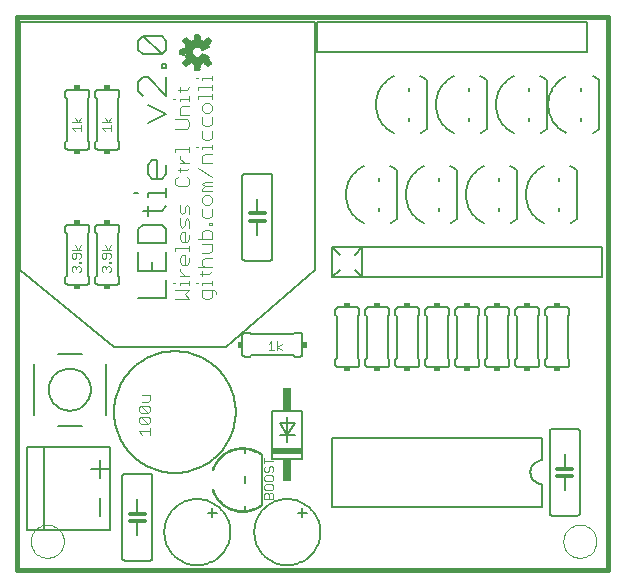
<source format=gto>
G75*
G70*
%OFA0B0*%
%FSLAX24Y24*%
%IPPOS*%
%LPD*%
%AMOC8*
5,1,8,0,0,1.08239X$1,22.5*
%
%ADD10C,0.0160*%
%ADD11C,0.0030*%
%ADD12C,0.0000*%
%ADD13C,0.0080*%
%ADD14C,0.0040*%
%ADD15C,0.0060*%
%ADD16C,0.0120*%
%ADD17C,0.0010*%
%ADD18R,0.1000X0.0200*%
%ADD19R,0.0300X0.0750*%
%ADD20C,0.0050*%
%ADD21R,0.0200X0.0150*%
%ADD22C,0.0059*%
%ADD23R,0.0150X0.0200*%
D10*
X000650Y000650D02*
X020335Y000650D01*
X020335Y019085D01*
X000650Y019085D01*
X000650Y000650D01*
D11*
X004819Y005135D02*
X004696Y005259D01*
X005066Y005259D01*
X005066Y005382D02*
X005066Y005135D01*
X005004Y005504D02*
X004758Y005504D01*
X004696Y005566D01*
X004696Y005689D01*
X004758Y005751D01*
X005004Y005504D01*
X005066Y005566D01*
X005066Y005689D01*
X005004Y005751D01*
X004758Y005751D01*
X004758Y005872D02*
X004696Y005934D01*
X004696Y006057D01*
X004758Y006119D01*
X005004Y005872D01*
X005066Y005934D01*
X005066Y006057D01*
X005004Y006119D01*
X004758Y006119D01*
X004819Y006240D02*
X005004Y006240D01*
X005066Y006302D01*
X005066Y006487D01*
X004819Y006487D01*
X004758Y005872D02*
X005004Y005872D01*
X008888Y004384D02*
X008888Y004190D01*
X008888Y004287D02*
X009178Y004287D01*
X009130Y004089D02*
X009178Y004041D01*
X009178Y003944D01*
X009130Y003895D01*
X009130Y003794D02*
X008936Y003794D01*
X008888Y003746D01*
X008888Y003649D01*
X008936Y003601D01*
X009130Y003601D01*
X009178Y003649D01*
X009178Y003746D01*
X009130Y003794D01*
X008985Y003895D02*
X009033Y003944D01*
X009033Y004041D01*
X009082Y004089D01*
X009130Y004089D01*
X008936Y004089D02*
X008888Y004041D01*
X008888Y003944D01*
X008936Y003895D01*
X008985Y003895D01*
X008936Y003500D02*
X008888Y003451D01*
X008888Y003354D01*
X008936Y003306D01*
X009130Y003306D01*
X009178Y003354D01*
X009178Y003451D01*
X009130Y003500D01*
X008936Y003500D01*
X008936Y003205D02*
X008985Y003205D01*
X009033Y003157D01*
X009033Y003011D01*
X008888Y003011D02*
X008888Y003157D01*
X008936Y003205D01*
X009033Y003157D02*
X009082Y003205D01*
X009130Y003205D01*
X009178Y003157D01*
X009178Y003011D01*
X008888Y003011D01*
X009025Y007975D02*
X009218Y007975D01*
X009122Y007975D02*
X009122Y008265D01*
X009025Y008168D01*
X009320Y008072D02*
X009465Y008168D01*
X009320Y008072D02*
X009465Y007975D01*
X009320Y007975D02*
X009320Y008265D01*
X003765Y010621D02*
X003717Y010573D01*
X003765Y010621D02*
X003765Y010718D01*
X003717Y010766D01*
X003668Y010766D01*
X003620Y010718D01*
X003620Y010670D01*
X003620Y010718D02*
X003572Y010766D01*
X003523Y010766D01*
X003475Y010718D01*
X003475Y010621D01*
X003523Y010573D01*
X003717Y010867D02*
X003717Y010916D01*
X003765Y010916D01*
X003765Y010867D01*
X003717Y010867D01*
X003717Y011015D02*
X003765Y011063D01*
X003765Y011160D01*
X003717Y011208D01*
X003523Y011208D01*
X003475Y011160D01*
X003475Y011063D01*
X003523Y011015D01*
X003572Y011015D01*
X003620Y011063D01*
X003620Y011208D01*
X003668Y011309D02*
X003572Y011455D01*
X003668Y011309D02*
X003765Y011455D01*
X003765Y011309D02*
X003475Y011309D01*
X002765Y011309D02*
X002475Y011309D01*
X002523Y011208D02*
X002475Y011160D01*
X002475Y011063D01*
X002523Y011015D01*
X002572Y011015D01*
X002620Y011063D01*
X002620Y011208D01*
X002717Y011208D02*
X002523Y011208D01*
X002668Y011309D02*
X002572Y011455D01*
X002668Y011309D02*
X002765Y011455D01*
X002717Y011208D02*
X002765Y011160D01*
X002765Y011063D01*
X002717Y011015D01*
X002717Y010916D02*
X002765Y010916D01*
X002765Y010867D01*
X002717Y010867D01*
X002717Y010916D01*
X002717Y010766D02*
X002668Y010766D01*
X002620Y010718D01*
X002620Y010670D01*
X002620Y010718D02*
X002572Y010766D01*
X002523Y010766D01*
X002475Y010718D01*
X002475Y010621D01*
X002523Y010573D01*
X002717Y010573D02*
X002765Y010621D01*
X002765Y010718D01*
X002717Y010766D01*
X002765Y015265D02*
X002765Y015458D01*
X002765Y015362D02*
X002475Y015362D01*
X002572Y015265D01*
X002668Y015559D02*
X002572Y015705D01*
X002668Y015559D02*
X002765Y015705D01*
X002765Y015559D02*
X002475Y015559D01*
X003475Y015559D02*
X003765Y015559D01*
X003668Y015559D02*
X003572Y015705D01*
X003668Y015559D02*
X003765Y015705D01*
X003765Y015458D02*
X003765Y015265D01*
X003765Y015362D02*
X003475Y015362D01*
X003572Y015265D01*
D12*
X001099Y001595D02*
X001101Y001642D01*
X001107Y001688D01*
X001117Y001734D01*
X001130Y001779D01*
X001148Y001822D01*
X001169Y001864D01*
X001193Y001904D01*
X001221Y001941D01*
X001252Y001976D01*
X001286Y002009D01*
X001322Y002038D01*
X001361Y002064D01*
X001402Y002087D01*
X001445Y002106D01*
X001489Y002122D01*
X001534Y002134D01*
X001580Y002142D01*
X001627Y002146D01*
X001673Y002146D01*
X001720Y002142D01*
X001766Y002134D01*
X001811Y002122D01*
X001855Y002106D01*
X001898Y002087D01*
X001939Y002064D01*
X001978Y002038D01*
X002014Y002009D01*
X002048Y001976D01*
X002079Y001941D01*
X002107Y001904D01*
X002131Y001864D01*
X002152Y001822D01*
X002170Y001779D01*
X002183Y001734D01*
X002193Y001688D01*
X002199Y001642D01*
X002201Y001595D01*
X002199Y001548D01*
X002193Y001502D01*
X002183Y001456D01*
X002170Y001411D01*
X002152Y001368D01*
X002131Y001326D01*
X002107Y001286D01*
X002079Y001249D01*
X002048Y001214D01*
X002014Y001181D01*
X001978Y001152D01*
X001939Y001126D01*
X001898Y001103D01*
X001855Y001084D01*
X001811Y001068D01*
X001766Y001056D01*
X001720Y001048D01*
X001673Y001044D01*
X001627Y001044D01*
X001580Y001048D01*
X001534Y001056D01*
X001489Y001068D01*
X001445Y001084D01*
X001402Y001103D01*
X001361Y001126D01*
X001322Y001152D01*
X001286Y001181D01*
X001252Y001214D01*
X001221Y001249D01*
X001193Y001286D01*
X001169Y001326D01*
X001148Y001368D01*
X001130Y001411D01*
X001117Y001456D01*
X001107Y001502D01*
X001101Y001548D01*
X001099Y001595D01*
X018849Y001595D02*
X018851Y001642D01*
X018857Y001688D01*
X018867Y001734D01*
X018880Y001779D01*
X018898Y001822D01*
X018919Y001864D01*
X018943Y001904D01*
X018971Y001941D01*
X019002Y001976D01*
X019036Y002009D01*
X019072Y002038D01*
X019111Y002064D01*
X019152Y002087D01*
X019195Y002106D01*
X019239Y002122D01*
X019284Y002134D01*
X019330Y002142D01*
X019377Y002146D01*
X019423Y002146D01*
X019470Y002142D01*
X019516Y002134D01*
X019561Y002122D01*
X019605Y002106D01*
X019648Y002087D01*
X019689Y002064D01*
X019728Y002038D01*
X019764Y002009D01*
X019798Y001976D01*
X019829Y001941D01*
X019857Y001904D01*
X019881Y001864D01*
X019902Y001822D01*
X019920Y001779D01*
X019933Y001734D01*
X019943Y001688D01*
X019949Y001642D01*
X019951Y001595D01*
X019949Y001548D01*
X019943Y001502D01*
X019933Y001456D01*
X019920Y001411D01*
X019902Y001368D01*
X019881Y001326D01*
X019857Y001286D01*
X019829Y001249D01*
X019798Y001214D01*
X019764Y001181D01*
X019728Y001152D01*
X019689Y001126D01*
X019648Y001103D01*
X019605Y001084D01*
X019561Y001068D01*
X019516Y001056D01*
X019470Y001048D01*
X019423Y001044D01*
X019377Y001044D01*
X019330Y001048D01*
X019284Y001056D01*
X019239Y001068D01*
X019195Y001084D01*
X019152Y001103D01*
X019111Y001126D01*
X019072Y001152D01*
X019036Y001181D01*
X019002Y001214D01*
X018971Y001249D01*
X018943Y001286D01*
X018919Y001326D01*
X018898Y001368D01*
X018880Y001411D01*
X018867Y001456D01*
X018857Y001502D01*
X018851Y001548D01*
X018849Y001595D01*
D13*
X003872Y005900D02*
X003874Y006000D01*
X003882Y006099D01*
X003894Y006198D01*
X003911Y006296D01*
X003933Y006393D01*
X003959Y006489D01*
X003991Y006583D01*
X004026Y006676D01*
X004067Y006767D01*
X004111Y006856D01*
X004161Y006943D01*
X004214Y007027D01*
X004271Y007108D01*
X004332Y007187D01*
X004397Y007262D01*
X004466Y007334D01*
X004538Y007403D01*
X004613Y007468D01*
X004692Y007529D01*
X004773Y007586D01*
X004857Y007639D01*
X004944Y007689D01*
X005033Y007733D01*
X005124Y007774D01*
X005217Y007809D01*
X005311Y007841D01*
X005407Y007867D01*
X005504Y007889D01*
X005602Y007906D01*
X005701Y007918D01*
X005800Y007926D01*
X005900Y007928D01*
X006000Y007926D01*
X006099Y007918D01*
X006198Y007906D01*
X006296Y007889D01*
X006393Y007867D01*
X006489Y007841D01*
X006583Y007809D01*
X006676Y007774D01*
X006767Y007733D01*
X006856Y007689D01*
X006943Y007639D01*
X007027Y007586D01*
X007108Y007529D01*
X007187Y007468D01*
X007262Y007403D01*
X007334Y007334D01*
X007403Y007262D01*
X007468Y007187D01*
X007529Y007108D01*
X007586Y007027D01*
X007639Y006943D01*
X007689Y006856D01*
X007733Y006767D01*
X007774Y006676D01*
X007809Y006583D01*
X007841Y006489D01*
X007867Y006393D01*
X007889Y006296D01*
X007906Y006198D01*
X007918Y006099D01*
X007926Y006000D01*
X007928Y005900D01*
X007926Y005800D01*
X007918Y005701D01*
X007906Y005602D01*
X007889Y005504D01*
X007867Y005407D01*
X007841Y005311D01*
X007809Y005217D01*
X007774Y005124D01*
X007733Y005033D01*
X007689Y004944D01*
X007639Y004857D01*
X007586Y004773D01*
X007529Y004692D01*
X007468Y004613D01*
X007403Y004538D01*
X007334Y004466D01*
X007262Y004397D01*
X007187Y004332D01*
X007108Y004271D01*
X007027Y004214D01*
X006943Y004161D01*
X006856Y004111D01*
X006767Y004067D01*
X006676Y004026D01*
X006583Y003991D01*
X006489Y003959D01*
X006393Y003933D01*
X006296Y003911D01*
X006198Y003894D01*
X006099Y003882D01*
X006000Y003874D01*
X005900Y003872D01*
X005800Y003874D01*
X005701Y003882D01*
X005602Y003894D01*
X005504Y003911D01*
X005407Y003933D01*
X005311Y003959D01*
X005217Y003991D01*
X005124Y004026D01*
X005033Y004067D01*
X004944Y004111D01*
X004857Y004161D01*
X004773Y004214D01*
X004692Y004271D01*
X004613Y004332D01*
X004538Y004397D01*
X004466Y004466D01*
X004397Y004538D01*
X004332Y004613D01*
X004271Y004692D01*
X004214Y004773D01*
X004161Y004857D01*
X004111Y004944D01*
X004067Y005033D01*
X004026Y005124D01*
X003991Y005217D01*
X003959Y005311D01*
X003933Y005407D01*
X003911Y005504D01*
X003894Y005602D01*
X003882Y005701D01*
X003874Y005800D01*
X003872Y005900D01*
X003600Y005800D02*
X003600Y007500D01*
X002800Y007850D02*
X002007Y007850D01*
X001200Y007500D02*
X001200Y005800D01*
X001995Y005450D02*
X002800Y005450D01*
X001700Y006650D02*
X001702Y006702D01*
X001708Y006754D01*
X001718Y006806D01*
X001731Y006856D01*
X001748Y006906D01*
X001769Y006954D01*
X001794Y007000D01*
X001822Y007044D01*
X001853Y007086D01*
X001887Y007126D01*
X001924Y007163D01*
X001964Y007197D01*
X002006Y007228D01*
X002050Y007256D01*
X002096Y007281D01*
X002144Y007302D01*
X002194Y007319D01*
X002244Y007332D01*
X002296Y007342D01*
X002348Y007348D01*
X002400Y007350D01*
X002452Y007348D01*
X002504Y007342D01*
X002556Y007332D01*
X002606Y007319D01*
X002656Y007302D01*
X002704Y007281D01*
X002750Y007256D01*
X002794Y007228D01*
X002836Y007197D01*
X002876Y007163D01*
X002913Y007126D01*
X002947Y007086D01*
X002978Y007044D01*
X003006Y007000D01*
X003031Y006954D01*
X003052Y006906D01*
X003069Y006856D01*
X003082Y006806D01*
X003092Y006754D01*
X003098Y006702D01*
X003100Y006650D01*
X003098Y006598D01*
X003092Y006546D01*
X003082Y006494D01*
X003069Y006444D01*
X003052Y006394D01*
X003031Y006346D01*
X003006Y006300D01*
X002978Y006256D01*
X002947Y006214D01*
X002913Y006174D01*
X002876Y006137D01*
X002836Y006103D01*
X002794Y006072D01*
X002750Y006044D01*
X002704Y006019D01*
X002656Y005998D01*
X002606Y005981D01*
X002556Y005968D01*
X002504Y005958D01*
X002452Y005952D01*
X002400Y005950D01*
X002348Y005952D01*
X002296Y005958D01*
X002244Y005968D01*
X002194Y005981D01*
X002144Y005998D01*
X002096Y006019D01*
X002050Y006044D01*
X002006Y006072D01*
X001964Y006103D01*
X001924Y006137D01*
X001887Y006174D01*
X001853Y006214D01*
X001822Y006256D01*
X001794Y006300D01*
X001769Y006346D01*
X001748Y006394D01*
X001731Y006444D01*
X001718Y006494D01*
X001708Y006546D01*
X001702Y006598D01*
X001700Y006650D01*
X003400Y004304D02*
X003400Y003690D01*
X003093Y003997D02*
X003707Y003997D01*
X003400Y003054D02*
X003400Y002440D01*
X004689Y009690D02*
X005610Y009690D01*
X005610Y010304D01*
X005610Y010611D02*
X005610Y011225D01*
X005610Y011532D02*
X005610Y011992D01*
X005457Y012145D01*
X004843Y012145D01*
X004689Y011992D01*
X004689Y011532D01*
X005610Y011532D01*
X005150Y010918D02*
X005150Y010611D01*
X005610Y010611D02*
X004689Y010611D01*
X004689Y011225D01*
X004996Y012452D02*
X004996Y012759D01*
X004843Y012606D02*
X005457Y012606D01*
X005610Y012759D01*
X005610Y013066D02*
X005610Y013373D01*
X005610Y013220D02*
X004996Y013220D01*
X004996Y013066D01*
X004689Y013220D02*
X004536Y013220D01*
X004996Y013834D02*
X004996Y014140D01*
X005150Y014294D01*
X005303Y014294D01*
X005303Y013680D01*
X005150Y013680D02*
X004996Y013834D01*
X005150Y013680D02*
X005457Y013680D01*
X005610Y013834D01*
X005610Y014140D01*
X004996Y015522D02*
X005610Y015829D01*
X004996Y016136D01*
X004843Y016442D02*
X004689Y016596D01*
X004689Y016903D01*
X004843Y017056D01*
X004996Y017056D01*
X005610Y016442D01*
X005610Y017056D01*
X005610Y017363D02*
X005610Y017517D01*
X005457Y017517D01*
X005457Y017363D01*
X005610Y017363D01*
X005457Y017824D02*
X004843Y017824D01*
X004689Y017977D01*
X004689Y018284D01*
X004843Y018437D01*
X005457Y017824D01*
X005610Y017977D01*
X005610Y018284D01*
X005457Y018437D01*
X004843Y018437D01*
D14*
X006593Y017036D02*
X006670Y017036D01*
X006823Y017036D02*
X007130Y017036D01*
X007130Y016960D02*
X007130Y017113D01*
X007130Y016806D02*
X007130Y016653D01*
X007130Y016729D02*
X006670Y016729D01*
X006670Y016653D01*
X006823Y016960D02*
X006823Y017036D01*
X006380Y016729D02*
X006303Y016653D01*
X005996Y016653D01*
X006073Y016576D02*
X006073Y016729D01*
X006073Y016346D02*
X006380Y016346D01*
X006380Y016422D02*
X006380Y016269D01*
X006380Y016115D02*
X006150Y016115D01*
X006073Y016039D01*
X006073Y015809D01*
X006380Y015809D01*
X006303Y015655D02*
X005920Y015655D01*
X005920Y015348D02*
X006303Y015348D01*
X006380Y015425D01*
X006380Y015578D01*
X006303Y015655D01*
X006823Y015732D02*
X006823Y015502D01*
X006900Y015425D01*
X007053Y015425D01*
X007130Y015502D01*
X007130Y015732D01*
X007053Y015885D02*
X007130Y015962D01*
X007130Y016115D01*
X007053Y016192D01*
X006900Y016192D01*
X006823Y016115D01*
X006823Y015962D01*
X006900Y015885D01*
X007053Y015885D01*
X007130Y016346D02*
X007130Y016499D01*
X007130Y016422D02*
X006670Y016422D01*
X006670Y016346D01*
X006073Y016346D02*
X006073Y016269D01*
X005920Y016346D02*
X005843Y016346D01*
X006823Y015271D02*
X006823Y015041D01*
X006900Y014965D01*
X007053Y014965D01*
X007130Y015041D01*
X007130Y015271D01*
X007130Y014811D02*
X007130Y014658D01*
X007130Y014734D02*
X006823Y014734D01*
X006823Y014658D01*
X006670Y014734D02*
X006593Y014734D01*
X006380Y014734D02*
X006380Y014581D01*
X006380Y014658D02*
X005920Y014658D01*
X005920Y014581D01*
X006073Y014427D02*
X006073Y014351D01*
X006227Y014197D01*
X006380Y014197D02*
X006073Y014197D01*
X006073Y014044D02*
X006073Y013890D01*
X005996Y013967D02*
X006303Y013967D01*
X006380Y014044D01*
X006303Y013737D02*
X006380Y013660D01*
X006380Y013507D01*
X006303Y013430D01*
X005996Y013430D01*
X005920Y013507D01*
X005920Y013660D01*
X005996Y013737D01*
X006670Y014044D02*
X007130Y013737D01*
X007130Y013583D02*
X006900Y013583D01*
X006823Y013507D01*
X006900Y013430D01*
X007130Y013430D01*
X007130Y013276D02*
X006823Y013276D01*
X006823Y013353D01*
X006900Y013430D01*
X006900Y013123D02*
X006823Y013046D01*
X006823Y012893D01*
X006900Y012816D01*
X007053Y012816D01*
X007130Y012893D01*
X007130Y013046D01*
X007053Y013123D01*
X006900Y013123D01*
X006823Y012663D02*
X006823Y012432D01*
X006900Y012356D01*
X007053Y012356D01*
X007130Y012432D01*
X007130Y012663D01*
X007130Y012202D02*
X007053Y012202D01*
X007053Y012125D01*
X007130Y012125D01*
X007130Y012202D01*
X007053Y011972D02*
X006900Y011972D01*
X006823Y011895D01*
X006823Y011665D01*
X006670Y011665D02*
X007130Y011665D01*
X007130Y011895D01*
X007053Y011972D01*
X007130Y011512D02*
X006823Y011512D01*
X007130Y011512D02*
X007130Y011281D01*
X007053Y011205D01*
X006823Y011205D01*
X006900Y011051D02*
X006823Y010974D01*
X006823Y010821D01*
X006900Y010744D01*
X006823Y010591D02*
X006823Y010437D01*
X006746Y010514D02*
X007053Y010514D01*
X007130Y010591D01*
X007130Y010744D02*
X006670Y010744D01*
X006900Y011051D02*
X007130Y011051D01*
X006380Y011051D02*
X006380Y010898D01*
X006303Y010821D01*
X006150Y010821D01*
X006073Y010898D01*
X006073Y011051D01*
X006150Y011128D01*
X006227Y011128D01*
X006227Y010821D01*
X006073Y010668D02*
X006073Y010591D01*
X006227Y010437D01*
X006380Y010437D02*
X006073Y010437D01*
X006073Y010207D02*
X006380Y010207D01*
X006380Y010130D02*
X006380Y010284D01*
X006593Y010207D02*
X006670Y010207D01*
X006823Y010207D02*
X007130Y010207D01*
X007130Y010130D02*
X007130Y010284D01*
X007130Y009977D02*
X007130Y009747D01*
X007053Y009670D01*
X006900Y009670D01*
X006823Y009747D01*
X006823Y009977D01*
X007207Y009977D01*
X007283Y009900D01*
X007283Y009823D01*
X006823Y010130D02*
X006823Y010207D01*
X006380Y009977D02*
X005920Y009977D01*
X006073Y010130D02*
X006073Y010207D01*
X005920Y010207D02*
X005843Y010207D01*
X006227Y009823D02*
X006380Y009977D01*
X006227Y009823D02*
X006380Y009670D01*
X005920Y009670D01*
X005920Y011281D02*
X005920Y011358D01*
X006380Y011358D01*
X006380Y011281D02*
X006380Y011435D01*
X006303Y011588D02*
X006150Y011588D01*
X006073Y011665D01*
X006073Y011818D01*
X006150Y011895D01*
X006227Y011895D01*
X006227Y011588D01*
X006303Y011588D02*
X006380Y011665D01*
X006380Y011818D01*
X006380Y012049D02*
X006380Y012279D01*
X006303Y012356D01*
X006227Y012279D01*
X006227Y012125D01*
X006150Y012049D01*
X006073Y012125D01*
X006073Y012356D01*
X006150Y012509D02*
X006073Y012586D01*
X006073Y012816D01*
X006227Y012739D02*
X006227Y012586D01*
X006150Y012509D01*
X006380Y012509D02*
X006380Y012739D01*
X006303Y012816D01*
X006227Y012739D01*
X006823Y014197D02*
X006823Y014427D01*
X006900Y014504D01*
X007130Y014504D01*
X007130Y014197D02*
X006823Y014197D01*
D15*
X008150Y013750D02*
X008150Y011050D01*
X008152Y011033D01*
X008156Y011016D01*
X008163Y011000D01*
X008173Y010986D01*
X008186Y010973D01*
X008200Y010963D01*
X008216Y010956D01*
X008233Y010952D01*
X008250Y010950D01*
X009050Y010950D01*
X009067Y010952D01*
X009084Y010956D01*
X009100Y010963D01*
X009114Y010973D01*
X009127Y010986D01*
X009137Y011000D01*
X009144Y011016D01*
X009148Y011033D01*
X009150Y011050D01*
X009150Y013750D01*
X009148Y013767D01*
X009144Y013784D01*
X009137Y013800D01*
X009127Y013814D01*
X009114Y013827D01*
X009100Y013837D01*
X009084Y013844D01*
X009067Y013848D01*
X009050Y013850D01*
X008250Y013850D01*
X008233Y013848D01*
X008216Y013844D01*
X008200Y013837D01*
X008186Y013827D01*
X008173Y013814D01*
X008163Y013800D01*
X008156Y013784D01*
X008152Y013767D01*
X008150Y013750D01*
X008650Y013000D02*
X008650Y012530D01*
X008650Y012280D02*
X008650Y011800D01*
X011150Y011400D02*
X011150Y010400D01*
X012150Y010400D01*
X020150Y010400D01*
X020150Y011400D01*
X012150Y011400D01*
X011150Y011400D01*
X011400Y011150D01*
X011400Y010650D02*
X011150Y010400D01*
X011900Y010650D02*
X012150Y010400D01*
X012150Y011400D01*
X011900Y011150D01*
X011950Y009400D02*
X011350Y009400D01*
X011333Y009398D01*
X011316Y009394D01*
X011300Y009387D01*
X011286Y009377D01*
X011273Y009364D01*
X011263Y009350D01*
X011256Y009334D01*
X011252Y009317D01*
X011250Y009300D01*
X011250Y009150D01*
X011300Y009100D01*
X011300Y007700D01*
X011250Y007650D01*
X011250Y007500D01*
X011252Y007483D01*
X011256Y007466D01*
X011263Y007450D01*
X011273Y007436D01*
X011286Y007423D01*
X011300Y007413D01*
X011316Y007406D01*
X011333Y007402D01*
X011350Y007400D01*
X011950Y007400D01*
X011967Y007402D01*
X011984Y007406D01*
X012000Y007413D01*
X012014Y007423D01*
X012027Y007436D01*
X012037Y007450D01*
X012044Y007466D01*
X012048Y007483D01*
X012050Y007500D01*
X012050Y007650D01*
X012000Y007700D01*
X012000Y009100D01*
X012050Y009150D01*
X012050Y009300D01*
X012048Y009317D01*
X012044Y009334D01*
X012037Y009350D01*
X012027Y009364D01*
X012014Y009377D01*
X012000Y009387D01*
X011984Y009394D01*
X011967Y009398D01*
X011950Y009400D01*
X012250Y009300D02*
X012250Y009150D01*
X012300Y009100D01*
X012300Y007700D01*
X012250Y007650D01*
X012250Y007500D01*
X012252Y007483D01*
X012256Y007466D01*
X012263Y007450D01*
X012273Y007436D01*
X012286Y007423D01*
X012300Y007413D01*
X012316Y007406D01*
X012333Y007402D01*
X012350Y007400D01*
X012950Y007400D01*
X012967Y007402D01*
X012984Y007406D01*
X013000Y007413D01*
X013014Y007423D01*
X013027Y007436D01*
X013037Y007450D01*
X013044Y007466D01*
X013048Y007483D01*
X013050Y007500D01*
X013050Y007650D01*
X013000Y007700D01*
X013000Y009100D01*
X013050Y009150D01*
X013050Y009300D01*
X013048Y009317D01*
X013044Y009334D01*
X013037Y009350D01*
X013027Y009364D01*
X013014Y009377D01*
X013000Y009387D01*
X012984Y009394D01*
X012967Y009398D01*
X012950Y009400D01*
X012350Y009400D01*
X012333Y009398D01*
X012316Y009394D01*
X012300Y009387D01*
X012286Y009377D01*
X012273Y009364D01*
X012263Y009350D01*
X012256Y009334D01*
X012252Y009317D01*
X012250Y009300D01*
X013250Y009300D02*
X013250Y009150D01*
X013300Y009100D01*
X013300Y007700D01*
X013250Y007650D01*
X013250Y007500D01*
X013252Y007483D01*
X013256Y007466D01*
X013263Y007450D01*
X013273Y007436D01*
X013286Y007423D01*
X013300Y007413D01*
X013316Y007406D01*
X013333Y007402D01*
X013350Y007400D01*
X013950Y007400D01*
X013967Y007402D01*
X013984Y007406D01*
X014000Y007413D01*
X014014Y007423D01*
X014027Y007436D01*
X014037Y007450D01*
X014044Y007466D01*
X014048Y007483D01*
X014050Y007500D01*
X014050Y007650D01*
X014000Y007700D01*
X014000Y009100D01*
X014050Y009150D01*
X014050Y009300D01*
X014048Y009317D01*
X014044Y009334D01*
X014037Y009350D01*
X014027Y009364D01*
X014014Y009377D01*
X014000Y009387D01*
X013984Y009394D01*
X013967Y009398D01*
X013950Y009400D01*
X013350Y009400D01*
X013333Y009398D01*
X013316Y009394D01*
X013300Y009387D01*
X013286Y009377D01*
X013273Y009364D01*
X013263Y009350D01*
X013256Y009334D01*
X013252Y009317D01*
X013250Y009300D01*
X014250Y009300D02*
X014250Y009150D01*
X014300Y009100D01*
X014300Y007700D01*
X014250Y007650D01*
X014250Y007500D01*
X014252Y007483D01*
X014256Y007466D01*
X014263Y007450D01*
X014273Y007436D01*
X014286Y007423D01*
X014300Y007413D01*
X014316Y007406D01*
X014333Y007402D01*
X014350Y007400D01*
X014950Y007400D01*
X014967Y007402D01*
X014984Y007406D01*
X015000Y007413D01*
X015014Y007423D01*
X015027Y007436D01*
X015037Y007450D01*
X015044Y007466D01*
X015048Y007483D01*
X015050Y007500D01*
X015050Y007650D01*
X015000Y007700D01*
X015000Y009100D01*
X015050Y009150D01*
X015050Y009300D01*
X015048Y009317D01*
X015044Y009334D01*
X015037Y009350D01*
X015027Y009364D01*
X015014Y009377D01*
X015000Y009387D01*
X014984Y009394D01*
X014967Y009398D01*
X014950Y009400D01*
X014350Y009400D01*
X014333Y009398D01*
X014316Y009394D01*
X014300Y009387D01*
X014286Y009377D01*
X014273Y009364D01*
X014263Y009350D01*
X014256Y009334D01*
X014252Y009317D01*
X014250Y009300D01*
X015250Y009300D02*
X015250Y009150D01*
X015300Y009100D01*
X015300Y007700D01*
X015250Y007650D01*
X015250Y007500D01*
X015252Y007483D01*
X015256Y007466D01*
X015263Y007450D01*
X015273Y007436D01*
X015286Y007423D01*
X015300Y007413D01*
X015316Y007406D01*
X015333Y007402D01*
X015350Y007400D01*
X015950Y007400D01*
X015967Y007402D01*
X015984Y007406D01*
X016000Y007413D01*
X016014Y007423D01*
X016027Y007436D01*
X016037Y007450D01*
X016044Y007466D01*
X016048Y007483D01*
X016050Y007500D01*
X016050Y007650D01*
X016000Y007700D01*
X016000Y009100D01*
X016050Y009150D01*
X016050Y009300D01*
X016048Y009317D01*
X016044Y009334D01*
X016037Y009350D01*
X016027Y009364D01*
X016014Y009377D01*
X016000Y009387D01*
X015984Y009394D01*
X015967Y009398D01*
X015950Y009400D01*
X015350Y009400D01*
X015333Y009398D01*
X015316Y009394D01*
X015300Y009387D01*
X015286Y009377D01*
X015273Y009364D01*
X015263Y009350D01*
X015256Y009334D01*
X015252Y009317D01*
X015250Y009300D01*
X016250Y009300D02*
X016250Y009150D01*
X016300Y009100D01*
X016300Y007700D01*
X016250Y007650D01*
X016250Y007500D01*
X016252Y007483D01*
X016256Y007466D01*
X016263Y007450D01*
X016273Y007436D01*
X016286Y007423D01*
X016300Y007413D01*
X016316Y007406D01*
X016333Y007402D01*
X016350Y007400D01*
X016950Y007400D01*
X016967Y007402D01*
X016984Y007406D01*
X017000Y007413D01*
X017014Y007423D01*
X017027Y007436D01*
X017037Y007450D01*
X017044Y007466D01*
X017048Y007483D01*
X017050Y007500D01*
X017050Y007650D01*
X017000Y007700D01*
X017000Y009100D01*
X017050Y009150D01*
X017050Y009300D01*
X017048Y009317D01*
X017044Y009334D01*
X017037Y009350D01*
X017027Y009364D01*
X017014Y009377D01*
X017000Y009387D01*
X016984Y009394D01*
X016967Y009398D01*
X016950Y009400D01*
X016350Y009400D01*
X016333Y009398D01*
X016316Y009394D01*
X016300Y009387D01*
X016286Y009377D01*
X016273Y009364D01*
X016263Y009350D01*
X016256Y009334D01*
X016252Y009317D01*
X016250Y009300D01*
X017250Y009300D02*
X017250Y009150D01*
X017300Y009100D01*
X017300Y007700D01*
X017250Y007650D01*
X017250Y007500D01*
X017252Y007483D01*
X017256Y007466D01*
X017263Y007450D01*
X017273Y007436D01*
X017286Y007423D01*
X017300Y007413D01*
X017316Y007406D01*
X017333Y007402D01*
X017350Y007400D01*
X017950Y007400D01*
X017967Y007402D01*
X017984Y007406D01*
X018000Y007413D01*
X018014Y007423D01*
X018027Y007436D01*
X018037Y007450D01*
X018044Y007466D01*
X018048Y007483D01*
X018050Y007500D01*
X018050Y007650D01*
X018000Y007700D01*
X018000Y009100D01*
X018050Y009150D01*
X018050Y009300D01*
X018048Y009317D01*
X018044Y009334D01*
X018037Y009350D01*
X018027Y009364D01*
X018014Y009377D01*
X018000Y009387D01*
X017984Y009394D01*
X017967Y009398D01*
X017950Y009400D01*
X017350Y009400D01*
X017333Y009398D01*
X017316Y009394D01*
X017300Y009387D01*
X017286Y009377D01*
X017273Y009364D01*
X017263Y009350D01*
X017256Y009334D01*
X017252Y009317D01*
X017250Y009300D01*
X018250Y009300D02*
X018250Y009150D01*
X018300Y009100D01*
X018300Y007700D01*
X018250Y007650D01*
X018250Y007500D01*
X018252Y007483D01*
X018256Y007466D01*
X018263Y007450D01*
X018273Y007436D01*
X018286Y007423D01*
X018300Y007413D01*
X018316Y007406D01*
X018333Y007402D01*
X018350Y007400D01*
X018950Y007400D01*
X018967Y007402D01*
X018984Y007406D01*
X019000Y007413D01*
X019014Y007423D01*
X019027Y007436D01*
X019037Y007450D01*
X019044Y007466D01*
X019048Y007483D01*
X019050Y007500D01*
X019050Y007650D01*
X019000Y007700D01*
X019000Y009100D01*
X019050Y009150D01*
X019050Y009300D01*
X019048Y009317D01*
X019044Y009334D01*
X019037Y009350D01*
X019027Y009364D01*
X019014Y009377D01*
X019000Y009387D01*
X018984Y009394D01*
X018967Y009398D01*
X018950Y009400D01*
X018350Y009400D01*
X018333Y009398D01*
X018316Y009394D01*
X018300Y009387D01*
X018286Y009377D01*
X018273Y009364D01*
X018263Y009350D01*
X018256Y009334D01*
X018252Y009317D01*
X018250Y009300D01*
X018500Y005350D02*
X019300Y005350D01*
X019317Y005348D01*
X019334Y005344D01*
X019350Y005337D01*
X019364Y005327D01*
X019377Y005314D01*
X019387Y005300D01*
X019394Y005284D01*
X019398Y005267D01*
X019400Y005250D01*
X019400Y002550D01*
X019398Y002533D01*
X019394Y002516D01*
X019387Y002500D01*
X019377Y002486D01*
X019364Y002473D01*
X019350Y002463D01*
X019334Y002456D01*
X019317Y002452D01*
X019300Y002450D01*
X018500Y002450D01*
X018483Y002452D01*
X018466Y002456D01*
X018450Y002463D01*
X018436Y002473D01*
X018423Y002486D01*
X018413Y002500D01*
X018406Y002516D01*
X018402Y002533D01*
X018400Y002550D01*
X018400Y005250D01*
X018402Y005267D01*
X018406Y005284D01*
X018413Y005300D01*
X018423Y005314D01*
X018436Y005327D01*
X018450Y005337D01*
X018466Y005344D01*
X018483Y005348D01*
X018500Y005350D01*
X018150Y005050D02*
X018150Y004300D01*
X018111Y004298D01*
X018072Y004292D01*
X018034Y004283D01*
X017997Y004270D01*
X017961Y004253D01*
X017928Y004233D01*
X017896Y004209D01*
X017867Y004183D01*
X017841Y004154D01*
X017817Y004122D01*
X017797Y004089D01*
X017780Y004053D01*
X017767Y004016D01*
X017758Y003978D01*
X017752Y003939D01*
X017750Y003900D01*
X017752Y003861D01*
X017758Y003822D01*
X017767Y003784D01*
X017780Y003747D01*
X017797Y003711D01*
X017817Y003678D01*
X017841Y003646D01*
X017867Y003617D01*
X017896Y003591D01*
X017928Y003567D01*
X017961Y003547D01*
X017997Y003530D01*
X018034Y003517D01*
X018072Y003508D01*
X018111Y003502D01*
X018150Y003500D01*
X018150Y002750D01*
X011150Y002750D01*
X011150Y005050D01*
X018150Y005050D01*
X018900Y004500D02*
X018900Y004020D01*
X018900Y003770D02*
X018900Y003300D01*
X010300Y002550D02*
X010150Y002550D01*
X010150Y002400D01*
X010150Y002550D02*
X010000Y002550D01*
X010150Y002550D02*
X010150Y002700D01*
X008550Y001900D02*
X008552Y001966D01*
X008558Y002031D01*
X008568Y002096D01*
X008581Y002161D01*
X008599Y002224D01*
X008620Y002287D01*
X008645Y002347D01*
X008674Y002407D01*
X008706Y002464D01*
X008741Y002520D01*
X008780Y002573D01*
X008822Y002624D01*
X008866Y002672D01*
X008914Y002717D01*
X008964Y002760D01*
X009017Y002799D01*
X009072Y002836D01*
X009129Y002869D01*
X009188Y002898D01*
X009248Y002924D01*
X009310Y002946D01*
X009373Y002965D01*
X009437Y002979D01*
X009502Y002990D01*
X009568Y002997D01*
X009634Y003000D01*
X009699Y002999D01*
X009765Y002994D01*
X009830Y002985D01*
X009895Y002972D01*
X009958Y002956D01*
X010021Y002936D01*
X010082Y002911D01*
X010142Y002884D01*
X010200Y002853D01*
X010256Y002818D01*
X010310Y002780D01*
X010361Y002739D01*
X010410Y002695D01*
X010456Y002648D01*
X010500Y002599D01*
X010540Y002547D01*
X010577Y002492D01*
X010611Y002436D01*
X010641Y002377D01*
X010668Y002317D01*
X010691Y002256D01*
X010710Y002193D01*
X010726Y002129D01*
X010738Y002064D01*
X010746Y001999D01*
X010750Y001933D01*
X010750Y001867D01*
X010746Y001801D01*
X010738Y001736D01*
X010726Y001671D01*
X010710Y001607D01*
X010691Y001544D01*
X010668Y001483D01*
X010641Y001423D01*
X010611Y001364D01*
X010577Y001308D01*
X010540Y001253D01*
X010500Y001201D01*
X010456Y001152D01*
X010410Y001105D01*
X010361Y001061D01*
X010310Y001020D01*
X010256Y000982D01*
X010200Y000947D01*
X010142Y000916D01*
X010082Y000889D01*
X010021Y000864D01*
X009958Y000844D01*
X009895Y000828D01*
X009830Y000815D01*
X009765Y000806D01*
X009699Y000801D01*
X009634Y000800D01*
X009568Y000803D01*
X009502Y000810D01*
X009437Y000821D01*
X009373Y000835D01*
X009310Y000854D01*
X009248Y000876D01*
X009188Y000902D01*
X009129Y000931D01*
X009072Y000964D01*
X009017Y001001D01*
X008964Y001040D01*
X008914Y001083D01*
X008866Y001128D01*
X008822Y001176D01*
X008780Y001227D01*
X008741Y001280D01*
X008706Y001336D01*
X008674Y001393D01*
X008645Y001453D01*
X008620Y001513D01*
X008599Y001576D01*
X008581Y001639D01*
X008568Y001704D01*
X008558Y001769D01*
X008552Y001834D01*
X008550Y001900D01*
X008250Y002605D02*
X008250Y002763D01*
X008800Y002825D02*
X008800Y004475D01*
X009150Y004350D02*
X010150Y004350D01*
X010150Y005950D01*
X009150Y005950D01*
X009150Y004350D01*
X009650Y004900D02*
X009650Y005150D01*
X009900Y005150D01*
X009650Y005150D02*
X009400Y005150D01*
X009650Y005150D02*
X009400Y005550D01*
X009900Y005550D01*
X009650Y005150D01*
X009650Y005750D01*
X008250Y004695D02*
X008250Y004537D01*
X008250Y003763D02*
X008250Y003537D01*
X007300Y002550D02*
X007150Y002550D01*
X007150Y002400D01*
X007150Y002550D02*
X007000Y002550D01*
X007150Y002550D02*
X007150Y002700D01*
X005550Y001900D02*
X005552Y001966D01*
X005558Y002031D01*
X005568Y002096D01*
X005581Y002161D01*
X005599Y002224D01*
X005620Y002287D01*
X005645Y002347D01*
X005674Y002407D01*
X005706Y002464D01*
X005741Y002520D01*
X005780Y002573D01*
X005822Y002624D01*
X005866Y002672D01*
X005914Y002717D01*
X005964Y002760D01*
X006017Y002799D01*
X006072Y002836D01*
X006129Y002869D01*
X006188Y002898D01*
X006248Y002924D01*
X006310Y002946D01*
X006373Y002965D01*
X006437Y002979D01*
X006502Y002990D01*
X006568Y002997D01*
X006634Y003000D01*
X006699Y002999D01*
X006765Y002994D01*
X006830Y002985D01*
X006895Y002972D01*
X006958Y002956D01*
X007021Y002936D01*
X007082Y002911D01*
X007142Y002884D01*
X007200Y002853D01*
X007256Y002818D01*
X007310Y002780D01*
X007361Y002739D01*
X007410Y002695D01*
X007456Y002648D01*
X007500Y002599D01*
X007540Y002547D01*
X007577Y002492D01*
X007611Y002436D01*
X007641Y002377D01*
X007668Y002317D01*
X007691Y002256D01*
X007710Y002193D01*
X007726Y002129D01*
X007738Y002064D01*
X007746Y001999D01*
X007750Y001933D01*
X007750Y001867D01*
X007746Y001801D01*
X007738Y001736D01*
X007726Y001671D01*
X007710Y001607D01*
X007691Y001544D01*
X007668Y001483D01*
X007641Y001423D01*
X007611Y001364D01*
X007577Y001308D01*
X007540Y001253D01*
X007500Y001201D01*
X007456Y001152D01*
X007410Y001105D01*
X007361Y001061D01*
X007310Y001020D01*
X007256Y000982D01*
X007200Y000947D01*
X007142Y000916D01*
X007082Y000889D01*
X007021Y000864D01*
X006958Y000844D01*
X006895Y000828D01*
X006830Y000815D01*
X006765Y000806D01*
X006699Y000801D01*
X006634Y000800D01*
X006568Y000803D01*
X006502Y000810D01*
X006437Y000821D01*
X006373Y000835D01*
X006310Y000854D01*
X006248Y000876D01*
X006188Y000902D01*
X006129Y000931D01*
X006072Y000964D01*
X006017Y001001D01*
X005964Y001040D01*
X005914Y001083D01*
X005866Y001128D01*
X005822Y001176D01*
X005780Y001227D01*
X005741Y001280D01*
X005706Y001336D01*
X005674Y001393D01*
X005645Y001453D01*
X005620Y001513D01*
X005599Y001576D01*
X005581Y001639D01*
X005568Y001704D01*
X005558Y001769D01*
X005552Y001834D01*
X005550Y001900D01*
X004650Y001800D02*
X004650Y002270D01*
X004650Y002520D02*
X004650Y003000D01*
X004150Y003750D02*
X004152Y003767D01*
X004156Y003784D01*
X004163Y003800D01*
X004173Y003814D01*
X004186Y003827D01*
X004200Y003837D01*
X004216Y003844D01*
X004233Y003848D01*
X004250Y003850D01*
X005050Y003850D01*
X005067Y003848D01*
X005084Y003844D01*
X005100Y003837D01*
X005114Y003827D01*
X005127Y003814D01*
X005137Y003800D01*
X005144Y003784D01*
X005148Y003767D01*
X005150Y003750D01*
X005150Y001050D01*
X005148Y001033D01*
X005144Y001016D01*
X005137Y001000D01*
X005127Y000986D01*
X005114Y000973D01*
X005100Y000963D01*
X005084Y000956D01*
X005067Y000952D01*
X005050Y000950D01*
X004250Y000950D01*
X004233Y000952D01*
X004216Y000956D01*
X004200Y000963D01*
X004186Y000973D01*
X004173Y000986D01*
X004163Y001000D01*
X004156Y001016D01*
X004152Y001033D01*
X004150Y001050D01*
X004150Y003750D01*
X008250Y007750D02*
X008400Y007750D01*
X008450Y007800D01*
X009850Y007800D01*
X009900Y007750D01*
X010050Y007750D01*
X010067Y007752D01*
X010084Y007756D01*
X010100Y007763D01*
X010114Y007773D01*
X010127Y007786D01*
X010137Y007800D01*
X010144Y007816D01*
X010148Y007833D01*
X010150Y007850D01*
X010150Y008450D01*
X010148Y008467D01*
X010144Y008484D01*
X010137Y008500D01*
X010127Y008514D01*
X010114Y008527D01*
X010100Y008537D01*
X010084Y008544D01*
X010067Y008548D01*
X010050Y008550D01*
X009900Y008550D01*
X009850Y008500D01*
X008450Y008500D01*
X008400Y008550D01*
X008250Y008550D01*
X008233Y008548D01*
X008216Y008544D01*
X008200Y008537D01*
X008186Y008527D01*
X008173Y008514D01*
X008163Y008500D01*
X008156Y008484D01*
X008152Y008467D01*
X008150Y008450D01*
X008150Y007850D01*
X008152Y007833D01*
X008156Y007816D01*
X008163Y007800D01*
X008173Y007786D01*
X008186Y007773D01*
X008200Y007763D01*
X008216Y007756D01*
X008233Y007752D01*
X008250Y007750D01*
X004050Y010250D02*
X004050Y010400D01*
X004000Y010450D01*
X004000Y011850D01*
X004050Y011900D01*
X004050Y012050D01*
X004048Y012067D01*
X004044Y012084D01*
X004037Y012100D01*
X004027Y012114D01*
X004014Y012127D01*
X004000Y012137D01*
X003984Y012144D01*
X003967Y012148D01*
X003950Y012150D01*
X003350Y012150D01*
X003333Y012148D01*
X003316Y012144D01*
X003300Y012137D01*
X003286Y012127D01*
X003273Y012114D01*
X003263Y012100D01*
X003256Y012084D01*
X003252Y012067D01*
X003250Y012050D01*
X003250Y011900D01*
X003300Y011850D01*
X003300Y010450D01*
X003250Y010400D01*
X003250Y010250D01*
X003252Y010233D01*
X003256Y010216D01*
X003263Y010200D01*
X003273Y010186D01*
X003286Y010173D01*
X003300Y010163D01*
X003316Y010156D01*
X003333Y010152D01*
X003350Y010150D01*
X003950Y010150D01*
X003967Y010152D01*
X003984Y010156D01*
X004000Y010163D01*
X004014Y010173D01*
X004027Y010186D01*
X004037Y010200D01*
X004044Y010216D01*
X004048Y010233D01*
X004050Y010250D01*
X003050Y010250D02*
X003050Y010400D01*
X003000Y010450D01*
X003000Y011850D01*
X003050Y011900D01*
X003050Y012050D01*
X003048Y012067D01*
X003044Y012084D01*
X003037Y012100D01*
X003027Y012114D01*
X003014Y012127D01*
X003000Y012137D01*
X002984Y012144D01*
X002967Y012148D01*
X002950Y012150D01*
X002350Y012150D01*
X002333Y012148D01*
X002316Y012144D01*
X002300Y012137D01*
X002286Y012127D01*
X002273Y012114D01*
X002263Y012100D01*
X002256Y012084D01*
X002252Y012067D01*
X002250Y012050D01*
X002250Y011900D01*
X002300Y011850D01*
X002300Y010450D01*
X002250Y010400D01*
X002250Y010250D01*
X002252Y010233D01*
X002256Y010216D01*
X002263Y010200D01*
X002273Y010186D01*
X002286Y010173D01*
X002300Y010163D01*
X002316Y010156D01*
X002333Y010152D01*
X002350Y010150D01*
X002950Y010150D01*
X002967Y010152D01*
X002984Y010156D01*
X003000Y010163D01*
X003014Y010173D01*
X003027Y010186D01*
X003037Y010200D01*
X003044Y010216D01*
X003048Y010233D01*
X003050Y010250D01*
X002950Y014650D02*
X002350Y014650D01*
X002333Y014652D01*
X002316Y014656D01*
X002300Y014663D01*
X002286Y014673D01*
X002273Y014686D01*
X002263Y014700D01*
X002256Y014716D01*
X002252Y014733D01*
X002250Y014750D01*
X002250Y014900D01*
X002300Y014950D01*
X002300Y016350D01*
X002250Y016400D01*
X002250Y016550D01*
X002252Y016567D01*
X002256Y016584D01*
X002263Y016600D01*
X002273Y016614D01*
X002286Y016627D01*
X002300Y016637D01*
X002316Y016644D01*
X002333Y016648D01*
X002350Y016650D01*
X002950Y016650D01*
X002967Y016648D01*
X002984Y016644D01*
X003000Y016637D01*
X003014Y016627D01*
X003027Y016614D01*
X003037Y016600D01*
X003044Y016584D01*
X003048Y016567D01*
X003050Y016550D01*
X003050Y016400D01*
X003000Y016350D01*
X003000Y014950D01*
X003050Y014900D01*
X003050Y014750D01*
X003048Y014733D01*
X003044Y014716D01*
X003037Y014700D01*
X003027Y014686D01*
X003014Y014673D01*
X003000Y014663D01*
X002984Y014656D01*
X002967Y014652D01*
X002950Y014650D01*
X003250Y014750D02*
X003250Y014900D01*
X003300Y014950D01*
X003300Y016350D01*
X003250Y016400D01*
X003250Y016550D01*
X003252Y016567D01*
X003256Y016584D01*
X003263Y016600D01*
X003273Y016614D01*
X003286Y016627D01*
X003300Y016637D01*
X003316Y016644D01*
X003333Y016648D01*
X003350Y016650D01*
X003950Y016650D01*
X003967Y016648D01*
X003984Y016644D01*
X004000Y016637D01*
X004014Y016627D01*
X004027Y016614D01*
X004037Y016600D01*
X004044Y016584D01*
X004048Y016567D01*
X004050Y016550D01*
X004050Y016400D01*
X004000Y016350D01*
X004000Y014950D01*
X004050Y014900D01*
X004050Y014750D01*
X004048Y014733D01*
X004044Y014716D01*
X004037Y014700D01*
X004027Y014686D01*
X004014Y014673D01*
X004000Y014663D01*
X003984Y014656D01*
X003967Y014652D01*
X003950Y014650D01*
X003350Y014650D01*
X003333Y014652D01*
X003316Y014656D01*
X003300Y014663D01*
X003286Y014673D01*
X003273Y014686D01*
X003263Y014700D01*
X003256Y014716D01*
X003252Y014733D01*
X003250Y014750D01*
D16*
X008400Y012530D02*
X008650Y012530D01*
X008900Y012530D01*
X008900Y012280D02*
X008650Y012280D01*
X008400Y012280D01*
X018650Y004020D02*
X018900Y004020D01*
X019150Y004020D01*
X019150Y003770D02*
X018900Y003770D01*
X018650Y003770D01*
X004900Y002520D02*
X004650Y002520D01*
X004400Y002520D01*
X004400Y002270D02*
X004650Y002270D01*
X004900Y002270D01*
D17*
X007125Y003329D02*
X007173Y003343D01*
X007172Y003343D02*
X007192Y003285D01*
X007216Y003228D01*
X007243Y003172D01*
X007274Y003118D01*
X007307Y003066D01*
X007344Y003017D01*
X007384Y002969D01*
X007426Y002924D01*
X007471Y002882D01*
X007519Y002843D01*
X007568Y002806D01*
X007620Y002773D01*
X007674Y002742D01*
X007730Y002715D01*
X007787Y002692D01*
X007845Y002671D01*
X007905Y002655D01*
X007965Y002642D01*
X008026Y002633D01*
X008088Y002627D01*
X008149Y002625D01*
X008211Y002627D01*
X008273Y002632D01*
X008334Y002642D01*
X008394Y002655D01*
X008454Y002671D01*
X008512Y002691D01*
X008569Y002715D01*
X008625Y002742D01*
X008679Y002772D01*
X008731Y002805D01*
X008781Y002842D01*
X008811Y002803D01*
X008812Y002803D01*
X008759Y002764D01*
X008705Y002729D01*
X008648Y002697D01*
X008590Y002669D01*
X008530Y002644D01*
X008469Y002623D01*
X008406Y002606D01*
X008343Y002592D01*
X008279Y002583D01*
X008214Y002577D01*
X008150Y002575D01*
X008085Y002577D01*
X008020Y002583D01*
X007956Y002593D01*
X007893Y002606D01*
X007830Y002624D01*
X007769Y002645D01*
X007709Y002670D01*
X007651Y002698D01*
X007594Y002730D01*
X007540Y002765D01*
X007488Y002803D01*
X007438Y002845D01*
X007391Y002889D01*
X007346Y002936D01*
X007305Y002986D01*
X007266Y003038D01*
X007231Y003093D01*
X007199Y003149D01*
X007170Y003207D01*
X007146Y003267D01*
X007124Y003328D01*
X007133Y003331D01*
X007154Y003270D01*
X007179Y003211D01*
X007207Y003153D01*
X007239Y003097D01*
X007274Y003043D01*
X007312Y002992D01*
X007353Y002942D01*
X007397Y002895D01*
X007444Y002851D01*
X007493Y002810D01*
X007545Y002772D01*
X007599Y002737D01*
X007655Y002706D01*
X007713Y002678D01*
X007772Y002653D01*
X007833Y002632D01*
X007895Y002615D01*
X007958Y002601D01*
X008021Y002592D01*
X008085Y002586D01*
X008150Y002584D01*
X008214Y002586D01*
X008278Y002592D01*
X008341Y002601D01*
X008404Y002615D01*
X008466Y002632D01*
X008527Y002653D01*
X008586Y002677D01*
X008644Y002705D01*
X008700Y002737D01*
X008754Y002772D01*
X008806Y002810D01*
X008800Y002817D01*
X008749Y002779D01*
X008695Y002745D01*
X008640Y002713D01*
X008583Y002686D01*
X008524Y002661D01*
X008463Y002641D01*
X008402Y002623D01*
X008340Y002610D01*
X008277Y002601D01*
X008213Y002595D01*
X008149Y002593D01*
X008086Y002595D01*
X008022Y002601D01*
X007959Y002610D01*
X007897Y002624D01*
X007836Y002641D01*
X007775Y002662D01*
X007717Y002686D01*
X007659Y002714D01*
X007604Y002745D01*
X007550Y002780D01*
X007499Y002817D01*
X007450Y002858D01*
X007403Y002902D01*
X007360Y002948D01*
X007319Y002997D01*
X007281Y003048D01*
X007246Y003102D01*
X007215Y003157D01*
X007187Y003215D01*
X007162Y003273D01*
X007141Y003334D01*
X007150Y003336D01*
X007171Y003277D01*
X007195Y003218D01*
X007223Y003161D01*
X007254Y003106D01*
X007288Y003053D01*
X007326Y003003D01*
X007366Y002954D01*
X007410Y002908D01*
X007456Y002865D01*
X007504Y002825D01*
X007555Y002787D01*
X007608Y002753D01*
X007663Y002722D01*
X007720Y002694D01*
X007779Y002670D01*
X007838Y002649D01*
X007899Y002632D01*
X007961Y002619D01*
X008023Y002610D01*
X008086Y002604D01*
X008149Y002602D01*
X008213Y002604D01*
X008276Y002610D01*
X008338Y002619D01*
X008400Y002632D01*
X008461Y002649D01*
X008520Y002670D01*
X008579Y002694D01*
X008636Y002721D01*
X008691Y002752D01*
X008744Y002787D01*
X008795Y002824D01*
X008789Y002831D01*
X008739Y002794D01*
X008686Y002760D01*
X008631Y002729D01*
X008575Y002702D01*
X008517Y002678D01*
X008458Y002658D01*
X008398Y002641D01*
X008336Y002628D01*
X008274Y002618D01*
X008212Y002613D01*
X008149Y002611D01*
X008087Y002613D01*
X008024Y002619D01*
X007963Y002628D01*
X007901Y002641D01*
X007841Y002658D01*
X007782Y002678D01*
X007724Y002702D01*
X007668Y002730D01*
X007613Y002761D01*
X007560Y002794D01*
X007510Y002832D01*
X007462Y002872D01*
X007416Y002915D01*
X007373Y002960D01*
X007333Y003008D01*
X007296Y003059D01*
X007262Y003111D01*
X007231Y003166D01*
X007203Y003222D01*
X007179Y003280D01*
X007159Y003339D01*
X007167Y003342D01*
X007188Y003283D01*
X007212Y003226D01*
X007239Y003170D01*
X007269Y003116D01*
X007303Y003064D01*
X007340Y003014D01*
X007380Y002966D01*
X007422Y002921D01*
X007468Y002878D01*
X007515Y002839D01*
X007566Y002802D01*
X007618Y002768D01*
X007672Y002738D01*
X007728Y002711D01*
X007785Y002687D01*
X007844Y002667D01*
X007903Y002650D01*
X007964Y002637D01*
X008026Y002628D01*
X008087Y002622D01*
X008149Y002620D01*
X008212Y002622D01*
X008273Y002627D01*
X008335Y002637D01*
X008395Y002650D01*
X008455Y002666D01*
X008514Y002686D01*
X008571Y002710D01*
X008627Y002737D01*
X008681Y002768D01*
X008734Y002801D01*
X008784Y002838D01*
X008811Y004497D02*
X008780Y004458D01*
X008781Y004458D02*
X008731Y004495D01*
X008679Y004528D01*
X008625Y004558D01*
X008569Y004585D01*
X008512Y004609D01*
X008454Y004629D01*
X008394Y004645D01*
X008334Y004658D01*
X008273Y004668D01*
X008211Y004673D01*
X008149Y004675D01*
X008088Y004673D01*
X008026Y004667D01*
X007965Y004658D01*
X007905Y004645D01*
X007845Y004629D01*
X007787Y004608D01*
X007730Y004585D01*
X007674Y004558D01*
X007620Y004527D01*
X007568Y004494D01*
X007519Y004457D01*
X007471Y004418D01*
X007426Y004376D01*
X007384Y004331D01*
X007344Y004283D01*
X007307Y004234D01*
X007274Y004182D01*
X007243Y004128D01*
X007216Y004072D01*
X007192Y004015D01*
X007172Y003957D01*
X007125Y003971D01*
X007124Y003972D01*
X007146Y004033D01*
X007170Y004093D01*
X007199Y004151D01*
X007231Y004207D01*
X007266Y004262D01*
X007305Y004314D01*
X007346Y004364D01*
X007391Y004411D01*
X007438Y004455D01*
X007488Y004497D01*
X007540Y004535D01*
X007594Y004570D01*
X007651Y004602D01*
X007709Y004630D01*
X007769Y004655D01*
X007830Y004676D01*
X007893Y004694D01*
X007956Y004707D01*
X008020Y004717D01*
X008085Y004723D01*
X008150Y004725D01*
X008214Y004723D01*
X008279Y004717D01*
X008343Y004708D01*
X008406Y004694D01*
X008469Y004677D01*
X008530Y004656D01*
X008590Y004631D01*
X008648Y004603D01*
X008705Y004571D01*
X008759Y004536D01*
X008812Y004497D01*
X008806Y004490D01*
X008754Y004528D01*
X008700Y004563D01*
X008644Y004595D01*
X008586Y004623D01*
X008527Y004647D01*
X008466Y004668D01*
X008404Y004685D01*
X008341Y004699D01*
X008278Y004708D01*
X008214Y004714D01*
X008150Y004716D01*
X008085Y004714D01*
X008021Y004708D01*
X007958Y004699D01*
X007895Y004685D01*
X007833Y004668D01*
X007772Y004647D01*
X007713Y004622D01*
X007655Y004594D01*
X007599Y004563D01*
X007545Y004528D01*
X007493Y004490D01*
X007444Y004449D01*
X007397Y004405D01*
X007353Y004358D01*
X007312Y004308D01*
X007274Y004257D01*
X007239Y004203D01*
X007207Y004147D01*
X007179Y004089D01*
X007154Y004030D01*
X007133Y003969D01*
X007141Y003966D01*
X007162Y004027D01*
X007187Y004085D01*
X007215Y004143D01*
X007246Y004198D01*
X007281Y004252D01*
X007319Y004303D01*
X007360Y004352D01*
X007403Y004398D01*
X007450Y004442D01*
X007499Y004483D01*
X007550Y004520D01*
X007604Y004555D01*
X007659Y004586D01*
X007717Y004614D01*
X007775Y004638D01*
X007836Y004659D01*
X007897Y004676D01*
X007959Y004690D01*
X008022Y004699D01*
X008086Y004705D01*
X008149Y004707D01*
X008213Y004705D01*
X008277Y004699D01*
X008340Y004690D01*
X008402Y004677D01*
X008463Y004659D01*
X008524Y004639D01*
X008583Y004614D01*
X008640Y004587D01*
X008695Y004555D01*
X008749Y004521D01*
X008800Y004483D01*
X008795Y004476D01*
X008744Y004513D01*
X008691Y004548D01*
X008636Y004579D01*
X008579Y004606D01*
X008520Y004630D01*
X008461Y004651D01*
X008400Y004668D01*
X008338Y004681D01*
X008276Y004690D01*
X008213Y004696D01*
X008149Y004698D01*
X008086Y004696D01*
X008023Y004690D01*
X007961Y004681D01*
X007899Y004668D01*
X007838Y004651D01*
X007779Y004630D01*
X007720Y004606D01*
X007663Y004578D01*
X007608Y004547D01*
X007555Y004513D01*
X007504Y004475D01*
X007456Y004435D01*
X007410Y004392D01*
X007366Y004346D01*
X007326Y004297D01*
X007288Y004247D01*
X007254Y004194D01*
X007223Y004139D01*
X007195Y004082D01*
X007171Y004023D01*
X007150Y003964D01*
X007159Y003961D01*
X007179Y004020D01*
X007203Y004078D01*
X007231Y004134D01*
X007262Y004189D01*
X007296Y004241D01*
X007333Y004292D01*
X007373Y004340D01*
X007416Y004385D01*
X007462Y004428D01*
X007510Y004468D01*
X007560Y004506D01*
X007613Y004539D01*
X007668Y004570D01*
X007724Y004598D01*
X007782Y004622D01*
X007841Y004642D01*
X007901Y004659D01*
X007963Y004672D01*
X008024Y004681D01*
X008087Y004687D01*
X008149Y004689D01*
X008212Y004687D01*
X008274Y004682D01*
X008336Y004672D01*
X008398Y004659D01*
X008458Y004642D01*
X008517Y004622D01*
X008575Y004598D01*
X008631Y004571D01*
X008686Y004540D01*
X008739Y004506D01*
X008789Y004469D01*
X008784Y004462D01*
X008734Y004499D01*
X008681Y004532D01*
X008627Y004563D01*
X008571Y004590D01*
X008514Y004614D01*
X008455Y004634D01*
X008395Y004650D01*
X008335Y004663D01*
X008273Y004673D01*
X008212Y004678D01*
X008149Y004680D01*
X008087Y004678D01*
X008026Y004672D01*
X007964Y004663D01*
X007903Y004650D01*
X007844Y004633D01*
X007785Y004613D01*
X007728Y004589D01*
X007672Y004562D01*
X007618Y004532D01*
X007566Y004498D01*
X007515Y004461D01*
X007468Y004422D01*
X007422Y004379D01*
X007380Y004334D01*
X007340Y004286D01*
X007303Y004236D01*
X007269Y004184D01*
X007239Y004130D01*
X007212Y004074D01*
X007188Y004017D01*
X007167Y003958D01*
D18*
X009650Y004600D03*
D19*
X009650Y003975D03*
X009650Y006325D03*
D20*
X007619Y008085D02*
X010571Y010644D01*
X010571Y018912D01*
X000729Y018912D01*
X000729Y010644D01*
X003878Y008085D01*
X007619Y008085D01*
X003739Y004739D02*
X003739Y001983D01*
X001534Y001983D01*
X001534Y004739D01*
X000983Y004739D01*
X000983Y001983D01*
X001534Y001983D01*
X001534Y004739D02*
X003739Y004739D01*
X013097Y012200D02*
X013151Y012227D01*
X013202Y012257D01*
X013252Y012290D01*
X013300Y012325D01*
X013300Y013975D01*
X012700Y013703D02*
X012700Y013597D01*
X013088Y014104D02*
X013144Y014077D01*
X013198Y014046D01*
X013250Y014012D01*
X013300Y013975D01*
X012203Y014100D02*
X012146Y014071D01*
X012090Y014038D01*
X012037Y014003D01*
X011986Y013963D01*
X011938Y013921D01*
X011892Y013876D01*
X011849Y013829D01*
X011809Y013779D01*
X011772Y013726D01*
X011739Y013671D01*
X011708Y013615D01*
X011682Y013556D01*
X011659Y013496D01*
X011639Y013435D01*
X011624Y013373D01*
X011612Y013310D01*
X011604Y013246D01*
X011600Y013182D01*
X011600Y013118D01*
X011604Y013054D01*
X011612Y012990D01*
X011624Y012927D01*
X011639Y012865D01*
X011659Y012804D01*
X011682Y012744D01*
X011708Y012685D01*
X011739Y012629D01*
X011772Y012574D01*
X011809Y012521D01*
X011849Y012471D01*
X011892Y012424D01*
X011938Y012379D01*
X011986Y012337D01*
X012037Y012297D01*
X012090Y012262D01*
X012146Y012229D01*
X012203Y012200D01*
X012700Y012597D02*
X012700Y012703D01*
X014700Y012703D02*
X014700Y012597D01*
X015097Y012200D02*
X015151Y012227D01*
X015202Y012257D01*
X015252Y012290D01*
X015300Y012325D01*
X015300Y013975D01*
X014700Y013703D02*
X014700Y013597D01*
X015088Y014104D02*
X015144Y014077D01*
X015198Y014046D01*
X015250Y014012D01*
X015300Y013975D01*
X014203Y014100D02*
X014146Y014071D01*
X014090Y014038D01*
X014037Y014003D01*
X013986Y013963D01*
X013938Y013921D01*
X013892Y013876D01*
X013849Y013829D01*
X013809Y013779D01*
X013772Y013726D01*
X013739Y013671D01*
X013708Y013615D01*
X013682Y013556D01*
X013659Y013496D01*
X013639Y013435D01*
X013624Y013373D01*
X013612Y013310D01*
X013604Y013246D01*
X013600Y013182D01*
X013600Y013118D01*
X013604Y013054D01*
X013612Y012990D01*
X013624Y012927D01*
X013639Y012865D01*
X013659Y012804D01*
X013682Y012744D01*
X013708Y012685D01*
X013739Y012629D01*
X013772Y012574D01*
X013809Y012521D01*
X013849Y012471D01*
X013892Y012424D01*
X013938Y012379D01*
X013986Y012337D01*
X014037Y012297D01*
X014090Y012262D01*
X014146Y012229D01*
X014203Y012200D01*
X016700Y012597D02*
X016700Y012703D01*
X017097Y012200D02*
X017151Y012227D01*
X017202Y012257D01*
X017252Y012290D01*
X017300Y012325D01*
X017300Y013975D01*
X016700Y013703D02*
X016700Y013597D01*
X017088Y014104D02*
X017144Y014077D01*
X017198Y014046D01*
X017250Y014012D01*
X017300Y013975D01*
X016203Y014100D02*
X016146Y014071D01*
X016090Y014038D01*
X016037Y014003D01*
X015986Y013963D01*
X015938Y013921D01*
X015892Y013876D01*
X015849Y013829D01*
X015809Y013779D01*
X015772Y013726D01*
X015739Y013671D01*
X015708Y013615D01*
X015682Y013556D01*
X015659Y013496D01*
X015639Y013435D01*
X015624Y013373D01*
X015612Y013310D01*
X015604Y013246D01*
X015600Y013182D01*
X015600Y013118D01*
X015604Y013054D01*
X015612Y012990D01*
X015624Y012927D01*
X015639Y012865D01*
X015659Y012804D01*
X015682Y012744D01*
X015708Y012685D01*
X015739Y012629D01*
X015772Y012574D01*
X015809Y012521D01*
X015849Y012471D01*
X015892Y012424D01*
X015938Y012379D01*
X015986Y012337D01*
X016037Y012297D01*
X016090Y012262D01*
X016146Y012229D01*
X016203Y012200D01*
X018700Y012597D02*
X018700Y012703D01*
X019097Y012200D02*
X019151Y012227D01*
X019202Y012257D01*
X019252Y012290D01*
X019300Y012325D01*
X019300Y013975D01*
X018700Y013703D02*
X018700Y013597D01*
X019088Y014104D02*
X019144Y014077D01*
X019198Y014046D01*
X019250Y014012D01*
X019300Y013975D01*
X018203Y014100D02*
X018146Y014071D01*
X018090Y014038D01*
X018037Y014003D01*
X017986Y013963D01*
X017938Y013921D01*
X017892Y013876D01*
X017849Y013829D01*
X017809Y013779D01*
X017772Y013726D01*
X017739Y013671D01*
X017708Y013615D01*
X017682Y013556D01*
X017659Y013496D01*
X017639Y013435D01*
X017624Y013373D01*
X017612Y013310D01*
X017604Y013246D01*
X017600Y013182D01*
X017600Y013118D01*
X017604Y013054D01*
X017612Y012990D01*
X017624Y012927D01*
X017639Y012865D01*
X017659Y012804D01*
X017682Y012744D01*
X017708Y012685D01*
X017739Y012629D01*
X017772Y012574D01*
X017809Y012521D01*
X017849Y012471D01*
X017892Y012424D01*
X017938Y012379D01*
X017986Y012337D01*
X018037Y012297D01*
X018090Y012262D01*
X018146Y012229D01*
X018203Y012200D01*
X018300Y015325D02*
X018300Y016975D01*
X017700Y016703D02*
X017700Y016597D01*
X018088Y017104D02*
X018144Y017077D01*
X018198Y017046D01*
X018250Y017012D01*
X018300Y016975D01*
X017203Y017100D02*
X017146Y017071D01*
X017090Y017038D01*
X017037Y017003D01*
X016986Y016963D01*
X016938Y016921D01*
X016892Y016876D01*
X016849Y016829D01*
X016809Y016779D01*
X016772Y016726D01*
X016739Y016671D01*
X016708Y016615D01*
X016682Y016556D01*
X016659Y016496D01*
X016639Y016435D01*
X016624Y016373D01*
X016612Y016310D01*
X016604Y016246D01*
X016600Y016182D01*
X016600Y016118D01*
X016604Y016054D01*
X016612Y015990D01*
X016624Y015927D01*
X016639Y015865D01*
X016659Y015804D01*
X016682Y015744D01*
X016708Y015685D01*
X016739Y015629D01*
X016772Y015574D01*
X016809Y015521D01*
X016849Y015471D01*
X016892Y015424D01*
X016938Y015379D01*
X016986Y015337D01*
X017037Y015297D01*
X017090Y015262D01*
X017146Y015229D01*
X017203Y015200D01*
X017700Y015597D02*
X017700Y015703D01*
X018097Y015200D02*
X018151Y015227D01*
X018202Y015257D01*
X018252Y015290D01*
X018300Y015325D01*
X019450Y015597D02*
X019450Y015703D01*
X019847Y015200D02*
X019901Y015227D01*
X019952Y015257D01*
X020002Y015290D01*
X020050Y015325D01*
X020050Y016975D01*
X019450Y016703D02*
X019450Y016597D01*
X019838Y017104D02*
X019894Y017077D01*
X019948Y017046D01*
X020000Y017012D01*
X020050Y016975D01*
X018953Y017100D02*
X018896Y017071D01*
X018840Y017038D01*
X018787Y017003D01*
X018736Y016963D01*
X018688Y016921D01*
X018642Y016876D01*
X018599Y016829D01*
X018559Y016779D01*
X018522Y016726D01*
X018489Y016671D01*
X018458Y016615D01*
X018432Y016556D01*
X018409Y016496D01*
X018389Y016435D01*
X018374Y016373D01*
X018362Y016310D01*
X018354Y016246D01*
X018350Y016182D01*
X018350Y016118D01*
X018354Y016054D01*
X018362Y015990D01*
X018374Y015927D01*
X018389Y015865D01*
X018409Y015804D01*
X018432Y015744D01*
X018458Y015685D01*
X018489Y015629D01*
X018522Y015574D01*
X018559Y015521D01*
X018599Y015471D01*
X018642Y015424D01*
X018688Y015379D01*
X018736Y015337D01*
X018787Y015297D01*
X018840Y015262D01*
X018896Y015229D01*
X018953Y015200D01*
X016300Y015325D02*
X016300Y016975D01*
X015700Y016703D02*
X015700Y016597D01*
X016088Y017104D02*
X016144Y017077D01*
X016198Y017046D01*
X016250Y017012D01*
X016300Y016975D01*
X015203Y017100D02*
X015146Y017071D01*
X015090Y017038D01*
X015037Y017003D01*
X014986Y016963D01*
X014938Y016921D01*
X014892Y016876D01*
X014849Y016829D01*
X014809Y016779D01*
X014772Y016726D01*
X014739Y016671D01*
X014708Y016615D01*
X014682Y016556D01*
X014659Y016496D01*
X014639Y016435D01*
X014624Y016373D01*
X014612Y016310D01*
X014604Y016246D01*
X014600Y016182D01*
X014600Y016118D01*
X014604Y016054D01*
X014612Y015990D01*
X014624Y015927D01*
X014639Y015865D01*
X014659Y015804D01*
X014682Y015744D01*
X014708Y015685D01*
X014739Y015629D01*
X014772Y015574D01*
X014809Y015521D01*
X014849Y015471D01*
X014892Y015424D01*
X014938Y015379D01*
X014986Y015337D01*
X015037Y015297D01*
X015090Y015262D01*
X015146Y015229D01*
X015203Y015200D01*
X015700Y015597D02*
X015700Y015703D01*
X016097Y015200D02*
X016151Y015227D01*
X016202Y015257D01*
X016252Y015290D01*
X016300Y015325D01*
X014300Y015325D02*
X014300Y016975D01*
X013700Y016703D02*
X013700Y016597D01*
X014088Y017104D02*
X014144Y017077D01*
X014198Y017046D01*
X014250Y017012D01*
X014300Y016975D01*
X013203Y017100D02*
X013146Y017071D01*
X013090Y017038D01*
X013037Y017003D01*
X012986Y016963D01*
X012938Y016921D01*
X012892Y016876D01*
X012849Y016829D01*
X012809Y016779D01*
X012772Y016726D01*
X012739Y016671D01*
X012708Y016615D01*
X012682Y016556D01*
X012659Y016496D01*
X012639Y016435D01*
X012624Y016373D01*
X012612Y016310D01*
X012604Y016246D01*
X012600Y016182D01*
X012600Y016118D01*
X012604Y016054D01*
X012612Y015990D01*
X012624Y015927D01*
X012639Y015865D01*
X012659Y015804D01*
X012682Y015744D01*
X012708Y015685D01*
X012739Y015629D01*
X012772Y015574D01*
X012809Y015521D01*
X012849Y015471D01*
X012892Y015424D01*
X012938Y015379D01*
X012986Y015337D01*
X013037Y015297D01*
X013090Y015262D01*
X013146Y015229D01*
X013203Y015200D01*
X013700Y015597D02*
X013700Y015703D01*
X014097Y015200D02*
X014151Y015227D01*
X014202Y015257D01*
X014252Y015290D01*
X014300Y015325D01*
X010650Y017900D02*
X010650Y018900D01*
X019650Y018900D01*
X019650Y017900D01*
X010650Y017900D01*
D21*
X003650Y016725D03*
X002650Y016725D03*
X002650Y014575D03*
X003650Y014575D03*
X003650Y012225D03*
X002650Y012225D03*
X002650Y010075D03*
X003650Y010075D03*
X011650Y009475D03*
X012650Y009475D03*
X013650Y009475D03*
X014650Y009475D03*
X015650Y009475D03*
X016650Y009475D03*
X017650Y009475D03*
X018650Y009475D03*
X018650Y007325D03*
X017650Y007325D03*
X016650Y007325D03*
X015650Y007325D03*
X014650Y007325D03*
X013650Y007325D03*
X012650Y007325D03*
X011650Y007325D03*
D22*
X006722Y017314D02*
X006578Y017314D01*
X006559Y017504D01*
X006495Y017525D01*
X006435Y017556D01*
X006286Y017435D01*
X006185Y017536D01*
X006306Y017685D01*
X006275Y017745D01*
X006254Y017809D01*
X006064Y017828D01*
X006064Y017972D01*
X006254Y017991D01*
X006275Y018055D01*
X006306Y018115D01*
X006185Y018264D01*
X006286Y018365D01*
X006435Y018244D01*
X006495Y018275D01*
X006559Y018296D01*
X006578Y018486D01*
X006722Y018486D01*
X006741Y018296D01*
X006805Y018275D01*
X006865Y018244D01*
X007014Y018365D01*
X007115Y018264D01*
X006994Y018115D01*
X007025Y018055D01*
X006821Y017971D01*
X006799Y018009D01*
X006769Y018041D01*
X006732Y018065D01*
X006690Y018080D01*
X006646Y018084D01*
X006602Y018078D01*
X006561Y018062D01*
X006525Y018036D01*
X006497Y018002D01*
X006477Y017963D01*
X006467Y017920D01*
X006467Y017876D01*
X006478Y017833D01*
X006499Y017794D01*
X006528Y017761D01*
X006565Y017736D01*
X006606Y017721D01*
X006650Y017715D01*
X006693Y017721D01*
X006734Y017736D01*
X006770Y017760D01*
X006799Y017792D01*
X006821Y017829D01*
X007025Y017745D01*
X006994Y017685D01*
X007115Y017536D01*
X007014Y017435D01*
X006865Y017556D01*
X006805Y017525D01*
X006741Y017504D01*
X006722Y017314D01*
X006725Y017341D02*
X006575Y017341D01*
X006569Y017399D02*
X006731Y017399D01*
X006736Y017456D02*
X006564Y017456D01*
X006529Y017514D02*
X006771Y017514D01*
X006917Y017514D02*
X007093Y017514D01*
X007087Y017571D02*
X006213Y017571D01*
X006207Y017514D02*
X006383Y017514D01*
X006313Y017456D02*
X006265Y017456D01*
X006260Y017629D02*
X007040Y017629D01*
X006995Y017686D02*
X006305Y017686D01*
X006275Y017744D02*
X006554Y017744D01*
X006495Y017801D02*
X006257Y017801D01*
X006064Y017859D02*
X006471Y017859D01*
X006467Y017917D02*
X006064Y017917D01*
X006085Y017974D02*
X006482Y017974D01*
X006522Y018032D02*
X006267Y018032D01*
X006292Y018089D02*
X007008Y018089D01*
X007020Y018147D02*
X006280Y018147D01*
X006233Y018204D02*
X007067Y018204D01*
X007114Y018262D02*
X006887Y018262D01*
X006831Y018262D02*
X006469Y018262D01*
X006413Y018262D02*
X006186Y018262D01*
X006241Y018319D02*
X006343Y018319D01*
X006561Y018319D02*
X006739Y018319D01*
X006733Y018377D02*
X006567Y018377D01*
X006573Y018435D02*
X006727Y018435D01*
X006957Y018319D02*
X007059Y018319D01*
X006968Y018032D02*
X006778Y018032D01*
X006819Y017974D02*
X006829Y017974D01*
X006805Y017801D02*
X006888Y017801D01*
X007025Y017744D02*
X006746Y017744D01*
X006987Y017456D02*
X007035Y017456D01*
D23*
X008075Y008150D03*
X010225Y008150D03*
M02*

</source>
